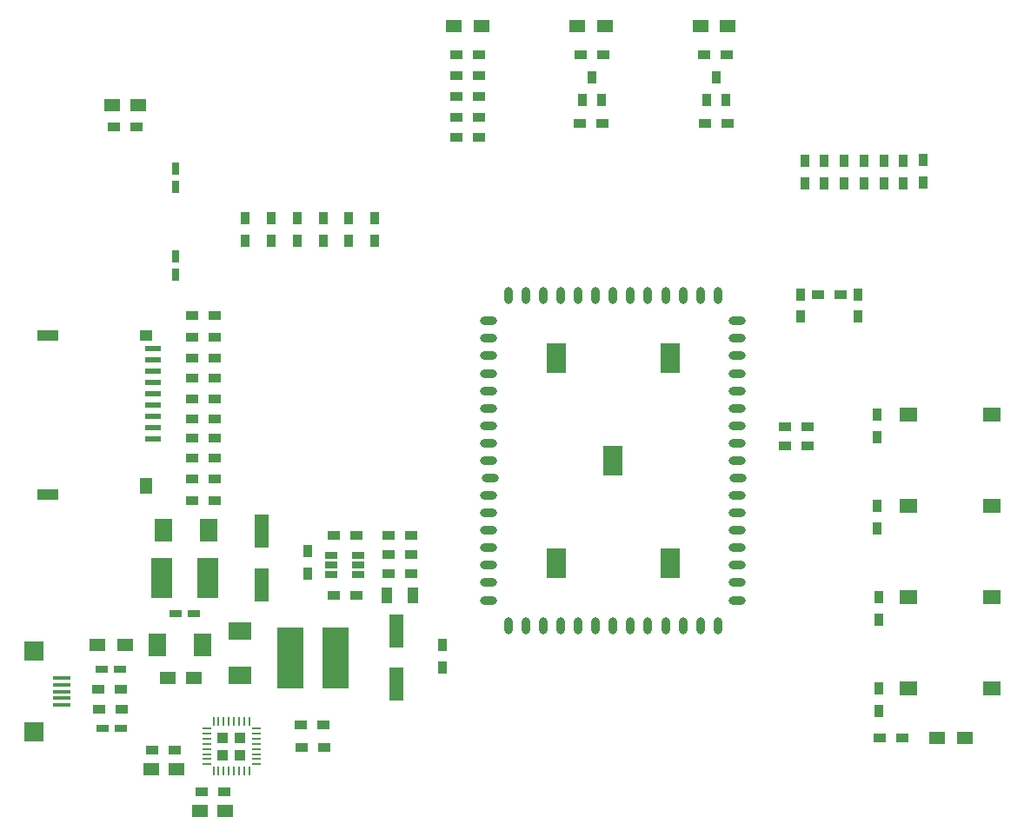
<source format=gtp>
G04 #@! TF.GenerationSoftware,KiCad,Pcbnew,(5.0.2)-1*
G04 #@! TF.CreationDate,2019-03-08T09:31:56+07:00*
G04 #@! TF.ProjectId,HY-AI7688H,48592d41-4937-4363-9838-482e6b696361,A*
G04 #@! TF.SameCoordinates,Original*
G04 #@! TF.FileFunction,Paste,Top*
G04 #@! TF.FilePolarity,Positive*
%FSLAX46Y46*%
G04 Gerber Fmt 4.6, Leading zero omitted, Abs format (unit mm)*
G04 Created by KiCad (PCBNEW (5.0.2)-1) date 08/03/2019 9:31:56 SA*
%MOMM*%
%LPD*%
G01*
G04 APERTURE LIST*
%ADD10R,2.624000X6.000000*%
%ADD11R,1.200000X0.900000*%
%ADD12O,1.700000X0.800000*%
%ADD13O,0.800000X1.700000*%
%ADD14R,1.900000X2.900000*%
%ADD15R,0.900000X1.200000*%
%ADD16R,1.750000X0.400000*%
%ADD17R,1.900000X1.900000*%
%ADD18R,1.676400X1.422400*%
%ADD19R,1.500000X1.300000*%
%ADD20R,0.800000X1.200000*%
%ADD21R,1.200000X0.800000*%
%ADD22R,1.500000X1.250000*%
%ADD23R,1.496060X0.596900*%
%ADD24R,1.297940X1.097280*%
%ADD25R,1.297940X1.496060*%
%ADD26R,2.098040X1.097280*%
%ADD27R,0.898400X1.298400*%
%ADD28R,1.035000X1.035000*%
%ADD29R,0.270000X0.850000*%
%ADD30R,0.850000X0.270000*%
%ADD31R,1.398400X3.298400*%
%ADD32R,1.778000X2.286000*%
%ADD33R,2.286000X1.778000*%
%ADD34R,2.000000X4.000000*%
%ADD35R,1.220000X0.650000*%
%ADD36R,1.000000X1.500000*%
G04 APERTURE END LIST*
D10*
G04 #@! TO.C,L1*
X99750000Y-101750000D03*
X104150000Y-101750000D03*
G04 #@! TD*
D11*
G04 #@! TO.C,R9*
X118150000Y-47000000D03*
X115950000Y-47000000D03*
G04 #@! TD*
G04 #@! TO.C,R11*
X81090000Y-104800000D03*
X83290000Y-104800000D03*
G04 #@! TD*
D12*
G04 #@! TO.C,U2*
X143312000Y-96100000D03*
X143312000Y-94400000D03*
X143312000Y-92700000D03*
X143312000Y-91000000D03*
X143312000Y-89300000D03*
X143312000Y-87600000D03*
X143312000Y-85900000D03*
X143412000Y-84200000D03*
X143312000Y-82500000D03*
X143312000Y-80800000D03*
X143312000Y-79100000D03*
X143312000Y-77400000D03*
X143312000Y-75700000D03*
X143312000Y-74000000D03*
X143312000Y-72300000D03*
X143312000Y-70600000D03*
X143312000Y-68900000D03*
D13*
X121012000Y-98600000D03*
X122712000Y-98600000D03*
X124412000Y-98600000D03*
X126112000Y-98600000D03*
X127812000Y-98600000D03*
X129512000Y-98600000D03*
X131212000Y-98600000D03*
X132912000Y-98600000D03*
X134612000Y-98600000D03*
X136312000Y-98600000D03*
X138012000Y-98600000D03*
X139712000Y-98600000D03*
X141412000Y-98600000D03*
X141412000Y-66400000D03*
X139712000Y-66400000D03*
X138012000Y-66400000D03*
X136312000Y-66400000D03*
X134612000Y-66400000D03*
X132912000Y-66400000D03*
X131212000Y-66400000D03*
X129512000Y-66400000D03*
X127812000Y-66400000D03*
X126112000Y-66400000D03*
X124412000Y-66400000D03*
X122712000Y-66400000D03*
X121012000Y-66400000D03*
D12*
X119112000Y-68900000D03*
X119112000Y-70600000D03*
X119112000Y-72300000D03*
X119112000Y-74000000D03*
X119112000Y-75700000D03*
X119112000Y-77400000D03*
X119112000Y-79100000D03*
X119112000Y-80800000D03*
X119112000Y-82500000D03*
X119212000Y-84200000D03*
X119112000Y-85900000D03*
X119112000Y-87600000D03*
X119112000Y-89300000D03*
X119112000Y-91000000D03*
X119112000Y-92700000D03*
X119112000Y-94400000D03*
X119112000Y-96100000D03*
D14*
X136737000Y-92500000D03*
X125687000Y-92500000D03*
X131212000Y-82500000D03*
X125687000Y-72500000D03*
X136737000Y-72500000D03*
G04 #@! TD*
D11*
G04 #@! TO.C,R16*
X118150000Y-51050000D03*
X115950000Y-51050000D03*
G04 #@! TD*
D15*
G04 #@! TO.C,C1*
X108000000Y-61100000D03*
X108000000Y-58900000D03*
G04 #@! TD*
D16*
G04 #@! TO.C,P1*
X77500000Y-103700000D03*
X77500000Y-104350000D03*
X77500000Y-105000000D03*
X77500000Y-105650000D03*
X77500000Y-106300000D03*
D17*
X74825000Y-101050000D03*
X74825000Y-108950000D03*
G04 #@! TD*
D15*
G04 #@! TO.C,R30*
X156943000Y-86880000D03*
X156943000Y-89080000D03*
G04 #@! TD*
D11*
G04 #@! TO.C,C16*
X150130000Y-79170000D03*
X147930000Y-79170000D03*
G04 #@! TD*
G04 #@! TO.C,C17*
X150130000Y-81030000D03*
X147930000Y-81030000D03*
G04 #@! TD*
D15*
G04 #@! TO.C,C26*
X157090000Y-104690000D03*
X157090000Y-106890000D03*
G04 #@! TD*
D11*
G04 #@! TO.C,R4*
X92435500Y-72535554D03*
X90235500Y-72535554D03*
G04 #@! TD*
G04 #@! TO.C,R3*
X92435500Y-70457777D03*
X90235500Y-70457777D03*
G04 #@! TD*
G04 #@! TO.C,R2*
X92435500Y-68380000D03*
X90235500Y-68380000D03*
G04 #@! TD*
G04 #@! TO.C,R34*
X142300000Y-42950000D03*
X140100000Y-42950000D03*
G04 #@! TD*
G04 #@! TO.C,R33*
X142400000Y-49650000D03*
X140200000Y-49650000D03*
G04 #@! TD*
G04 #@! TO.C,R32*
X157180000Y-109510000D03*
X159380000Y-109510000D03*
G04 #@! TD*
D15*
G04 #@! TO.C,R31*
X156943000Y-77990000D03*
X156943000Y-80190000D03*
G04 #@! TD*
D11*
G04 #@! TO.C,R29*
X115950000Y-42950000D03*
X118150000Y-42950000D03*
G04 #@! TD*
G04 #@! TO.C,R28*
X130225000Y-42950000D03*
X128025000Y-42950000D03*
G04 #@! TD*
G04 #@! TO.C,R27*
X130200000Y-49650000D03*
X128000000Y-49650000D03*
G04 #@! TD*
D15*
G04 #@! TO.C,R24*
X151791166Y-55469000D03*
X151791166Y-53269000D03*
G04 #@! TD*
D11*
G04 #@! TO.C,R23*
X153375000Y-66294000D03*
X151175000Y-66294000D03*
G04 #@! TD*
D15*
G04 #@! TO.C,R22*
X149865000Y-55512000D03*
X149865000Y-53312000D03*
G04 #@! TD*
G04 #@! TO.C,R20*
X153717332Y-53269000D03*
X153717332Y-55469000D03*
G04 #@! TD*
G04 #@! TO.C,R19*
X155643498Y-53269000D03*
X155643498Y-55469000D03*
G04 #@! TD*
G04 #@! TO.C,R18*
X157569664Y-53269000D03*
X157569664Y-55469000D03*
G04 #@! TD*
G04 #@! TO.C,R17*
X161422000Y-53226000D03*
X161422000Y-55426000D03*
G04 #@! TD*
D11*
G04 #@! TO.C,R15*
X115950000Y-49025000D03*
X118150000Y-49025000D03*
G04 #@! TD*
G04 #@! TO.C,R14*
X103050000Y-110470000D03*
X100850000Y-110470000D03*
G04 #@! TD*
G04 #@! TO.C,R13*
X103030000Y-108210000D03*
X100830000Y-108210000D03*
G04 #@! TD*
G04 #@! TO.C,R10*
X118150000Y-44975000D03*
X115950000Y-44975000D03*
G04 #@! TD*
G04 #@! TO.C,R8*
X92450000Y-86390000D03*
X90250000Y-86390000D03*
G04 #@! TD*
G04 #@! TO.C,R7*
X92435500Y-84312216D03*
X90235500Y-84312216D03*
G04 #@! TD*
G04 #@! TO.C,R6*
X92435500Y-82234439D03*
X90235500Y-82234439D03*
G04 #@! TD*
G04 #@! TO.C,R1*
X92435500Y-76461108D03*
X90235500Y-76461108D03*
G04 #@! TD*
D15*
G04 #@! TO.C,C25*
X157058000Y-95800000D03*
X157058000Y-98000000D03*
G04 #@! TD*
G04 #@! TO.C,C20*
X155067000Y-68494000D03*
X155067000Y-66294000D03*
G04 #@! TD*
G04 #@! TO.C,C19*
X149438000Y-68494000D03*
X149438000Y-66294000D03*
G04 #@! TD*
G04 #@! TO.C,C13*
X100440000Y-61100000D03*
X100440000Y-58900000D03*
G04 #@! TD*
G04 #@! TO.C,C12*
X102960000Y-61100000D03*
X102960000Y-58900000D03*
G04 #@! TD*
D11*
G04 #@! TO.C,C11*
X92400000Y-78423885D03*
X90200000Y-78423885D03*
G04 #@! TD*
G04 #@! TO.C,C9*
X92400000Y-80271662D03*
X90200000Y-80271662D03*
G04 #@! TD*
G04 #@! TO.C,C8*
X92400000Y-74498331D03*
X90200000Y-74498331D03*
G04 #@! TD*
D15*
G04 #@! TO.C,C6*
X95400000Y-61100000D03*
X95400000Y-58900000D03*
G04 #@! TD*
G04 #@! TO.C,C5*
X97920000Y-61100000D03*
X97920000Y-58900000D03*
G04 #@! TD*
G04 #@! TO.C,C4*
X105480000Y-61100000D03*
X105480000Y-58900000D03*
G04 #@! TD*
D11*
G04 #@! TO.C,C3*
X82580000Y-49980000D03*
X84780000Y-49980000D03*
G04 #@! TD*
D18*
G04 #@! TO.C,SW2*
X159936000Y-86893333D03*
X168064000Y-86893333D03*
G04 #@! TD*
G04 #@! TO.C,SW1*
X159936000Y-78000000D03*
X168064000Y-78000000D03*
G04 #@! TD*
D19*
G04 #@! TO.C,FB1*
X80950000Y-100460000D03*
X83650000Y-100460000D03*
G04 #@! TD*
G04 #@! TO.C,D8*
X142400000Y-40200000D03*
X139700000Y-40200000D03*
G04 #@! TD*
G04 #@! TO.C,D7*
X162770000Y-109510000D03*
X165470000Y-109510000D03*
G04 #@! TD*
G04 #@! TO.C,D6*
X118400000Y-40200000D03*
X115700000Y-40200000D03*
G04 #@! TD*
G04 #@! TO.C,D5*
X130400000Y-40200000D03*
X127700000Y-40200000D03*
G04 #@! TD*
D20*
G04 #@! TO.C,D4*
X88570000Y-55820000D03*
X88570000Y-54020000D03*
G04 #@! TD*
G04 #@! TO.C,D3*
X88570000Y-62580000D03*
X88570000Y-64380000D03*
G04 #@! TD*
D21*
G04 #@! TO.C,D1*
X81490000Y-108620000D03*
X83290000Y-108620000D03*
G04 #@! TD*
D18*
G04 #@! TO.C,SW4*
X159936000Y-104680000D03*
X168064000Y-104680000D03*
G04 #@! TD*
G04 #@! TO.C,SW3*
X159936000Y-95786666D03*
X168064000Y-95786666D03*
G04 #@! TD*
D15*
G04 #@! TO.C,R21*
X159495830Y-53269000D03*
X159495830Y-55469000D03*
G04 #@! TD*
D22*
G04 #@! TO.C,C2*
X82430000Y-47880000D03*
X84930000Y-47880000D03*
G04 #@! TD*
G04 #@! TO.C,C7*
X90380000Y-103650000D03*
X87880000Y-103650000D03*
G04 #@! TD*
D23*
G04 #@! TO.C,MicroSD*
X86373620Y-80347900D03*
X86373620Y-79248080D03*
X86373620Y-78148260D03*
X86373620Y-77050980D03*
X86373620Y-75951160D03*
X86373620Y-74851340D03*
X86373620Y-73751520D03*
X86373620Y-72651700D03*
X86373620Y-71551880D03*
D24*
X85748780Y-70350460D03*
D25*
X85748780Y-84947840D03*
D26*
X76150120Y-70350460D03*
X76150120Y-85849540D03*
G04 #@! TD*
D27*
G04 #@! TO.C,Q2*
X141247460Y-45197640D03*
X142202500Y-47407440D03*
X140300040Y-47407440D03*
G04 #@! TD*
G04 #@! TO.C,Q1*
X129147460Y-45197640D03*
X130102500Y-47407440D03*
X128200040Y-47407440D03*
G04 #@! TD*
D28*
G04 #@! TO.C,U1*
X93175000Y-109475000D03*
X93175000Y-111200000D03*
X94900000Y-109475000D03*
X94900000Y-111200000D03*
D29*
X92287500Y-107912500D03*
X92787500Y-107912500D03*
X93287500Y-107912500D03*
X93787500Y-107912500D03*
X94287500Y-107912500D03*
X94787500Y-107912500D03*
X95287500Y-107912500D03*
X95787500Y-107912500D03*
D30*
X96462500Y-108587500D03*
X96462500Y-109087500D03*
X96462500Y-109587500D03*
X96462500Y-110087500D03*
X96462500Y-110587500D03*
X96462500Y-111087500D03*
X96462500Y-111587500D03*
X96462500Y-112087500D03*
D29*
X95787500Y-112762500D03*
X95287500Y-112762500D03*
X94787500Y-112762500D03*
X94287500Y-112762500D03*
X93787500Y-112762500D03*
X93287500Y-112762500D03*
X92787500Y-112762500D03*
X92287500Y-112762500D03*
D30*
X91612500Y-112087500D03*
X91612500Y-111587500D03*
X91612500Y-111087500D03*
X91612500Y-110587500D03*
X91612500Y-110087500D03*
X91612500Y-109587500D03*
X91612500Y-109087500D03*
X91612500Y-108587500D03*
G04 #@! TD*
D31*
G04 #@! TO.C,C22*
X97000000Y-89400000D03*
X97000000Y-94600000D03*
G04 #@! TD*
G04 #@! TO.C,C28*
X110100000Y-104300000D03*
X110100000Y-99100000D03*
G04 #@! TD*
D32*
G04 #@! TO.C,D10*
X91807000Y-89250000D03*
X87453000Y-89250000D03*
G04 #@! TD*
D33*
G04 #@! TO.C,D11*
X94900000Y-103427000D03*
X94900000Y-99073000D03*
G04 #@! TD*
D21*
G04 #@! TO.C,D12*
X90380000Y-97430000D03*
X88580000Y-97430000D03*
G04 #@! TD*
D34*
G04 #@! TO.C,F1*
X91750000Y-93910000D03*
X87250000Y-93910000D03*
G04 #@! TD*
D35*
G04 #@! TO.C,U3*
X103740000Y-93600000D03*
X103740000Y-92650000D03*
X103740000Y-91700000D03*
X106360000Y-91700000D03*
X106360000Y-92650000D03*
X106360000Y-93600000D03*
G04 #@! TD*
D21*
G04 #@! TO.C,D2*
X81410000Y-102830000D03*
X83210000Y-102830000D03*
G04 #@! TD*
D32*
G04 #@! TO.C,D9*
X91217000Y-100480000D03*
X86863000Y-100480000D03*
G04 #@! TD*
D11*
G04 #@! TO.C,R12*
X83310000Y-106690000D03*
X81110000Y-106690000D03*
G04 #@! TD*
D22*
G04 #@! TO.C,C14*
X90950000Y-116600000D03*
X93450000Y-116600000D03*
G04 #@! TD*
D11*
G04 #@! TO.C,C15*
X91130000Y-114730000D03*
X93330000Y-114730000D03*
G04 #@! TD*
D22*
G04 #@! TO.C,C18*
X88690000Y-112540000D03*
X86190000Y-112540000D03*
G04 #@! TD*
D15*
G04 #@! TO.C,C23*
X101450000Y-93500000D03*
X101450000Y-91300000D03*
G04 #@! TD*
D11*
G04 #@! TO.C,C24*
X104050000Y-95600000D03*
X106250000Y-95600000D03*
G04 #@! TD*
G04 #@! TO.C,C27*
X109385500Y-91611666D03*
X111585500Y-91611666D03*
G04 #@! TD*
D15*
G04 #@! TO.C,C29*
X114600000Y-102650000D03*
X114600000Y-100450000D03*
G04 #@! TD*
D11*
G04 #@! TO.C,R5*
X104020000Y-89750000D03*
X106220000Y-89750000D03*
G04 #@! TD*
G04 #@! TO.C,R25*
X111550000Y-89750000D03*
X109350000Y-89750000D03*
G04 #@! TD*
G04 #@! TO.C,R26*
X111550000Y-93473332D03*
X109350000Y-93473332D03*
G04 #@! TD*
G04 #@! TO.C,C21*
X86320000Y-110710000D03*
X88520000Y-110710000D03*
G04 #@! TD*
D36*
G04 #@! TO.C,D13*
X111700000Y-95600000D03*
X109200000Y-95600000D03*
G04 #@! TD*
M02*

</source>
